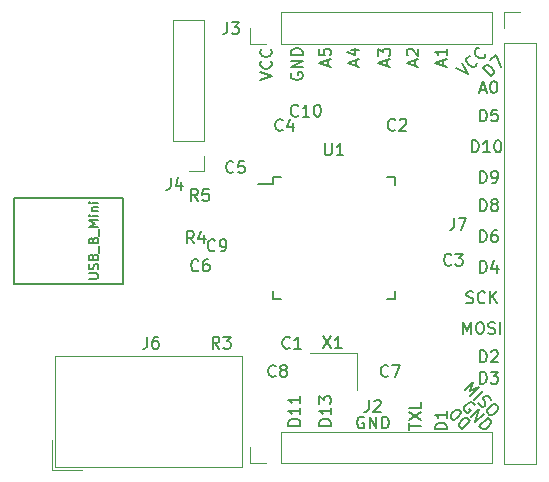
<source format=gto>
G04 #@! TF.GenerationSoftware,KiCad,Pcbnew,(5.1.5)-3*
G04 #@! TF.CreationDate,2020-07-04T22:53:45-05:00*
G04 #@! TF.ProjectId,PikateaTPM,50696b61-7465-4615-9450-4d2e6b696361,rev?*
G04 #@! TF.SameCoordinates,Original*
G04 #@! TF.FileFunction,Legend,Top*
G04 #@! TF.FilePolarity,Positive*
%FSLAX46Y46*%
G04 Gerber Fmt 4.6, Leading zero omitted, Abs format (unit mm)*
G04 Created by KiCad (PCBNEW (5.1.5)-3) date 2020-07-04 22:53:45*
%MOMM*%
%LPD*%
G04 APERTURE LIST*
%ADD10C,0.150000*%
%ADD11C,0.120000*%
%ADD12C,0.200000*%
G04 APERTURE END LIST*
D10*
X134252380Y-99133333D02*
X135252380Y-98800000D01*
X134252380Y-98466666D01*
X135157142Y-97561904D02*
X135204761Y-97609523D01*
X135252380Y-97752380D01*
X135252380Y-97847619D01*
X135204761Y-97990476D01*
X135109523Y-98085714D01*
X135014285Y-98133333D01*
X134823809Y-98180952D01*
X134680952Y-98180952D01*
X134490476Y-98133333D01*
X134395238Y-98085714D01*
X134300000Y-97990476D01*
X134252380Y-97847619D01*
X134252380Y-97752380D01*
X134300000Y-97609523D01*
X134347619Y-97561904D01*
X135157142Y-96561904D02*
X135204761Y-96609523D01*
X135252380Y-96752380D01*
X135252380Y-96847619D01*
X135204761Y-96990476D01*
X135109523Y-97085714D01*
X135014285Y-97133333D01*
X134823809Y-97180952D01*
X134680952Y-97180952D01*
X134490476Y-97133333D01*
X134395238Y-97085714D01*
X134300000Y-96990476D01*
X134252380Y-96847619D01*
X134252380Y-96752380D01*
X134300000Y-96609523D01*
X134347619Y-96561904D01*
X136900000Y-98561904D02*
X136852380Y-98657142D01*
X136852380Y-98800000D01*
X136900000Y-98942857D01*
X136995238Y-99038095D01*
X137090476Y-99085714D01*
X137280952Y-99133333D01*
X137423809Y-99133333D01*
X137614285Y-99085714D01*
X137709523Y-99038095D01*
X137804761Y-98942857D01*
X137852380Y-98800000D01*
X137852380Y-98704761D01*
X137804761Y-98561904D01*
X137757142Y-98514285D01*
X137423809Y-98514285D01*
X137423809Y-98704761D01*
X137852380Y-98085714D02*
X136852380Y-98085714D01*
X137852380Y-97514285D01*
X136852380Y-97514285D01*
X137852380Y-97038095D02*
X136852380Y-97038095D01*
X136852380Y-96800000D01*
X136900000Y-96657142D01*
X136995238Y-96561904D01*
X137090476Y-96514285D01*
X137280952Y-96466666D01*
X137423809Y-96466666D01*
X137614285Y-96514285D01*
X137709523Y-96561904D01*
X137804761Y-96657142D01*
X137852380Y-96800000D01*
X137852380Y-97038095D01*
X137652380Y-128414285D02*
X136652380Y-128414285D01*
X136652380Y-128176190D01*
X136700000Y-128033333D01*
X136795238Y-127938095D01*
X136890476Y-127890476D01*
X137080952Y-127842857D01*
X137223809Y-127842857D01*
X137414285Y-127890476D01*
X137509523Y-127938095D01*
X137604761Y-128033333D01*
X137652380Y-128176190D01*
X137652380Y-128414285D01*
X137652380Y-126890476D02*
X137652380Y-127461904D01*
X137652380Y-127176190D02*
X136652380Y-127176190D01*
X136795238Y-127271428D01*
X136890476Y-127366666D01*
X136938095Y-127461904D01*
X137652380Y-125938095D02*
X137652380Y-126509523D01*
X137652380Y-126223809D02*
X136652380Y-126223809D01*
X136795238Y-126319047D01*
X136890476Y-126414285D01*
X136938095Y-126509523D01*
X140252380Y-128414285D02*
X139252380Y-128414285D01*
X139252380Y-128176190D01*
X139300000Y-128033333D01*
X139395238Y-127938095D01*
X139490476Y-127890476D01*
X139680952Y-127842857D01*
X139823809Y-127842857D01*
X140014285Y-127890476D01*
X140109523Y-127938095D01*
X140204761Y-128033333D01*
X140252380Y-128176190D01*
X140252380Y-128414285D01*
X140252380Y-126890476D02*
X140252380Y-127461904D01*
X140252380Y-127176190D02*
X139252380Y-127176190D01*
X139395238Y-127271428D01*
X139490476Y-127366666D01*
X139538095Y-127461904D01*
X139252380Y-126557142D02*
X139252380Y-125938095D01*
X139633333Y-126271428D01*
X139633333Y-126128571D01*
X139680952Y-126033333D01*
X139728571Y-125985714D01*
X139823809Y-125938095D01*
X140061904Y-125938095D01*
X140157142Y-125985714D01*
X140204761Y-126033333D01*
X140252380Y-126128571D01*
X140252380Y-126414285D01*
X140204761Y-126509523D01*
X140157142Y-126557142D01*
X143038095Y-127700000D02*
X142942857Y-127652380D01*
X142800000Y-127652380D01*
X142657142Y-127700000D01*
X142561904Y-127795238D01*
X142514285Y-127890476D01*
X142466666Y-128080952D01*
X142466666Y-128223809D01*
X142514285Y-128414285D01*
X142561904Y-128509523D01*
X142657142Y-128604761D01*
X142800000Y-128652380D01*
X142895238Y-128652380D01*
X143038095Y-128604761D01*
X143085714Y-128557142D01*
X143085714Y-128223809D01*
X142895238Y-128223809D01*
X143514285Y-128652380D02*
X143514285Y-127652380D01*
X144085714Y-128652380D01*
X144085714Y-127652380D01*
X144561904Y-128652380D02*
X144561904Y-127652380D01*
X144800000Y-127652380D01*
X144942857Y-127700000D01*
X145038095Y-127795238D01*
X145085714Y-127890476D01*
X145133333Y-128080952D01*
X145133333Y-128223809D01*
X145085714Y-128414285D01*
X145038095Y-128509523D01*
X144942857Y-128604761D01*
X144800000Y-128652380D01*
X144561904Y-128652380D01*
X146852380Y-128766666D02*
X146852380Y-128195238D01*
X147852380Y-128480952D02*
X146852380Y-128480952D01*
X146852380Y-127957142D02*
X147852380Y-127290476D01*
X146852380Y-127290476D02*
X147852380Y-127957142D01*
X147852380Y-126433333D02*
X147852380Y-126909523D01*
X146852380Y-126909523D01*
X150052380Y-128738095D02*
X149052380Y-128738095D01*
X149052380Y-128500000D01*
X149100000Y-128357142D01*
X149195238Y-128261904D01*
X149290476Y-128214285D01*
X149480952Y-128166666D01*
X149623809Y-128166666D01*
X149814285Y-128214285D01*
X149909523Y-128261904D01*
X150004761Y-128357142D01*
X150052380Y-128500000D01*
X150052380Y-128738095D01*
X150052380Y-127214285D02*
X150052380Y-127785714D01*
X150052380Y-127500000D02*
X149052380Y-127500000D01*
X149195238Y-127595238D01*
X149290476Y-127690476D01*
X149338095Y-127785714D01*
X152041793Y-128002030D02*
X151334687Y-128709137D01*
X151166328Y-128540778D01*
X151098984Y-128406091D01*
X151098984Y-128271404D01*
X151132656Y-128170389D01*
X151233671Y-128002030D01*
X151334687Y-127901015D01*
X151503045Y-127799999D01*
X151604061Y-127766328D01*
X151738748Y-127766328D01*
X151873435Y-127833671D01*
X152041793Y-128002030D01*
X150492893Y-127867343D02*
X150425549Y-127800000D01*
X150391877Y-127698984D01*
X150391877Y-127631641D01*
X150425549Y-127530625D01*
X150526564Y-127362267D01*
X150694923Y-127193908D01*
X150863282Y-127092893D01*
X150964297Y-127059221D01*
X151031641Y-127059221D01*
X151132656Y-127092893D01*
X151200000Y-127160236D01*
X151233671Y-127261251D01*
X151233671Y-127328595D01*
X151200000Y-127429610D01*
X151098984Y-127597969D01*
X150930625Y-127766328D01*
X150762267Y-127867343D01*
X150661251Y-127901015D01*
X150593908Y-127901015D01*
X150492893Y-127867343D01*
X152414805Y-126707698D02*
X152381133Y-126606683D01*
X152280118Y-126505668D01*
X152145431Y-126438324D01*
X152010744Y-126438324D01*
X151909729Y-126471996D01*
X151741370Y-126573011D01*
X151640355Y-126674026D01*
X151539339Y-126842385D01*
X151505668Y-126943400D01*
X151505668Y-127078087D01*
X151573011Y-127212774D01*
X151640355Y-127280118D01*
X151775042Y-127347461D01*
X151842385Y-127347461D01*
X152078087Y-127111759D01*
X151943400Y-126977072D01*
X152078087Y-127717851D02*
X152785194Y-127010744D01*
X152482148Y-128121912D01*
X153189255Y-127414805D01*
X152818866Y-128458629D02*
X153525973Y-127751522D01*
X153694331Y-127919881D01*
X153761675Y-128054568D01*
X153761675Y-128189255D01*
X153728003Y-128290270D01*
X153626988Y-128458629D01*
X153525973Y-128559644D01*
X153357614Y-128660660D01*
X153256599Y-128694331D01*
X153121912Y-128694331D01*
X152987225Y-128626988D01*
X152818866Y-128458629D01*
X152861904Y-123052380D02*
X152861904Y-122052380D01*
X153100000Y-122052380D01*
X153242857Y-122100000D01*
X153338095Y-122195238D01*
X153385714Y-122290476D01*
X153433333Y-122480952D01*
X153433333Y-122623809D01*
X153385714Y-122814285D01*
X153338095Y-122909523D01*
X153242857Y-123004761D01*
X153100000Y-123052380D01*
X152861904Y-123052380D01*
X153814285Y-122147619D02*
X153861904Y-122100000D01*
X153957142Y-122052380D01*
X154195238Y-122052380D01*
X154290476Y-122100000D01*
X154338095Y-122147619D01*
X154385714Y-122242857D01*
X154385714Y-122338095D01*
X154338095Y-122480952D01*
X153766666Y-123052380D01*
X154385714Y-123052380D01*
X152861904Y-124852380D02*
X152861904Y-123852380D01*
X153100000Y-123852380D01*
X153242857Y-123900000D01*
X153338095Y-123995238D01*
X153385714Y-124090476D01*
X153433333Y-124280952D01*
X153433333Y-124423809D01*
X153385714Y-124614285D01*
X153338095Y-124709523D01*
X153242857Y-124804761D01*
X153100000Y-124852380D01*
X152861904Y-124852380D01*
X153766666Y-123852380D02*
X154385714Y-123852380D01*
X154052380Y-124233333D01*
X154195238Y-124233333D01*
X154290476Y-124280952D01*
X154338095Y-124328571D01*
X154385714Y-124423809D01*
X154385714Y-124661904D01*
X154338095Y-124757142D01*
X154290476Y-124804761D01*
X154195238Y-124852380D01*
X153909523Y-124852380D01*
X153814285Y-124804761D01*
X153766666Y-124757142D01*
X151568950Y-125408713D02*
X152276057Y-124701607D01*
X152006683Y-125442385D01*
X152747461Y-125173011D01*
X152040355Y-125880118D01*
X152377072Y-126216835D02*
X153084179Y-125509729D01*
X152713790Y-126486209D02*
X152781133Y-126620896D01*
X152949492Y-126789255D01*
X153050507Y-126822927D01*
X153117851Y-126822927D01*
X153218866Y-126789255D01*
X153286209Y-126721912D01*
X153319881Y-126620896D01*
X153319881Y-126553553D01*
X153286209Y-126452538D01*
X153185194Y-126284179D01*
X153151522Y-126183164D01*
X153151522Y-126115820D01*
X153185194Y-126014805D01*
X153252538Y-125947461D01*
X153353553Y-125913790D01*
X153420896Y-125913790D01*
X153521912Y-125947461D01*
X153690270Y-126115820D01*
X153757614Y-126250507D01*
X154229018Y-126654568D02*
X154363705Y-126789255D01*
X154397377Y-126890270D01*
X154397377Y-127024957D01*
X154296362Y-127193316D01*
X154060660Y-127429018D01*
X153892301Y-127530034D01*
X153757614Y-127530034D01*
X153656599Y-127496362D01*
X153521912Y-127361675D01*
X153488240Y-127260660D01*
X153488240Y-127125973D01*
X153589255Y-126957614D01*
X153824957Y-126721912D01*
X153993316Y-126620896D01*
X154128003Y-126620896D01*
X154229018Y-126654568D01*
X151428571Y-120652380D02*
X151428571Y-119652380D01*
X151761904Y-120366666D01*
X152095238Y-119652380D01*
X152095238Y-120652380D01*
X152761904Y-119652380D02*
X152952380Y-119652380D01*
X153047619Y-119700000D01*
X153142857Y-119795238D01*
X153190476Y-119985714D01*
X153190476Y-120319047D01*
X153142857Y-120509523D01*
X153047619Y-120604761D01*
X152952380Y-120652380D01*
X152761904Y-120652380D01*
X152666666Y-120604761D01*
X152571428Y-120509523D01*
X152523809Y-120319047D01*
X152523809Y-119985714D01*
X152571428Y-119795238D01*
X152666666Y-119700000D01*
X152761904Y-119652380D01*
X153571428Y-120604761D02*
X153714285Y-120652380D01*
X153952380Y-120652380D01*
X154047619Y-120604761D01*
X154095238Y-120557142D01*
X154142857Y-120461904D01*
X154142857Y-120366666D01*
X154095238Y-120271428D01*
X154047619Y-120223809D01*
X153952380Y-120176190D01*
X153761904Y-120128571D01*
X153666666Y-120080952D01*
X153619047Y-120033333D01*
X153571428Y-119938095D01*
X153571428Y-119842857D01*
X153619047Y-119747619D01*
X153666666Y-119700000D01*
X153761904Y-119652380D01*
X154000000Y-119652380D01*
X154142857Y-119700000D01*
X154571428Y-120652380D02*
X154571428Y-119652380D01*
X151714285Y-118004761D02*
X151857142Y-118052380D01*
X152095238Y-118052380D01*
X152190476Y-118004761D01*
X152238095Y-117957142D01*
X152285714Y-117861904D01*
X152285714Y-117766666D01*
X152238095Y-117671428D01*
X152190476Y-117623809D01*
X152095238Y-117576190D01*
X151904761Y-117528571D01*
X151809523Y-117480952D01*
X151761904Y-117433333D01*
X151714285Y-117338095D01*
X151714285Y-117242857D01*
X151761904Y-117147619D01*
X151809523Y-117100000D01*
X151904761Y-117052380D01*
X152142857Y-117052380D01*
X152285714Y-117100000D01*
X153285714Y-117957142D02*
X153238095Y-118004761D01*
X153095238Y-118052380D01*
X153000000Y-118052380D01*
X152857142Y-118004761D01*
X152761904Y-117909523D01*
X152714285Y-117814285D01*
X152666666Y-117623809D01*
X152666666Y-117480952D01*
X152714285Y-117290476D01*
X152761904Y-117195238D01*
X152857142Y-117100000D01*
X153000000Y-117052380D01*
X153095238Y-117052380D01*
X153238095Y-117100000D01*
X153285714Y-117147619D01*
X153714285Y-118052380D02*
X153714285Y-117052380D01*
X154285714Y-118052380D02*
X153857142Y-117480952D01*
X154285714Y-117052380D02*
X153714285Y-117623809D01*
X152861904Y-115452380D02*
X152861904Y-114452380D01*
X153100000Y-114452380D01*
X153242857Y-114500000D01*
X153338095Y-114595238D01*
X153385714Y-114690476D01*
X153433333Y-114880952D01*
X153433333Y-115023809D01*
X153385714Y-115214285D01*
X153338095Y-115309523D01*
X153242857Y-115404761D01*
X153100000Y-115452380D01*
X152861904Y-115452380D01*
X154290476Y-114785714D02*
X154290476Y-115452380D01*
X154052380Y-114404761D02*
X153814285Y-115119047D01*
X154433333Y-115119047D01*
X152861904Y-112852380D02*
X152861904Y-111852380D01*
X153100000Y-111852380D01*
X153242857Y-111900000D01*
X153338095Y-111995238D01*
X153385714Y-112090476D01*
X153433333Y-112280952D01*
X153433333Y-112423809D01*
X153385714Y-112614285D01*
X153338095Y-112709523D01*
X153242857Y-112804761D01*
X153100000Y-112852380D01*
X152861904Y-112852380D01*
X154290476Y-111852380D02*
X154100000Y-111852380D01*
X154004761Y-111900000D01*
X153957142Y-111947619D01*
X153861904Y-112090476D01*
X153814285Y-112280952D01*
X153814285Y-112661904D01*
X153861904Y-112757142D01*
X153909523Y-112804761D01*
X154004761Y-112852380D01*
X154195238Y-112852380D01*
X154290476Y-112804761D01*
X154338095Y-112757142D01*
X154385714Y-112661904D01*
X154385714Y-112423809D01*
X154338095Y-112328571D01*
X154290476Y-112280952D01*
X154195238Y-112233333D01*
X154004761Y-112233333D01*
X153909523Y-112280952D01*
X153861904Y-112328571D01*
X153814285Y-112423809D01*
X152861904Y-110252380D02*
X152861904Y-109252380D01*
X153100000Y-109252380D01*
X153242857Y-109300000D01*
X153338095Y-109395238D01*
X153385714Y-109490476D01*
X153433333Y-109680952D01*
X153433333Y-109823809D01*
X153385714Y-110014285D01*
X153338095Y-110109523D01*
X153242857Y-110204761D01*
X153100000Y-110252380D01*
X152861904Y-110252380D01*
X154004761Y-109680952D02*
X153909523Y-109633333D01*
X153861904Y-109585714D01*
X153814285Y-109490476D01*
X153814285Y-109442857D01*
X153861904Y-109347619D01*
X153909523Y-109300000D01*
X154004761Y-109252380D01*
X154195238Y-109252380D01*
X154290476Y-109300000D01*
X154338095Y-109347619D01*
X154385714Y-109442857D01*
X154385714Y-109490476D01*
X154338095Y-109585714D01*
X154290476Y-109633333D01*
X154195238Y-109680952D01*
X154004761Y-109680952D01*
X153909523Y-109728571D01*
X153861904Y-109776190D01*
X153814285Y-109871428D01*
X153814285Y-110061904D01*
X153861904Y-110157142D01*
X153909523Y-110204761D01*
X154004761Y-110252380D01*
X154195238Y-110252380D01*
X154290476Y-110204761D01*
X154338095Y-110157142D01*
X154385714Y-110061904D01*
X154385714Y-109871428D01*
X154338095Y-109776190D01*
X154290476Y-109728571D01*
X154195238Y-109680952D01*
X152861904Y-107852380D02*
X152861904Y-106852380D01*
X153100000Y-106852380D01*
X153242857Y-106900000D01*
X153338095Y-106995238D01*
X153385714Y-107090476D01*
X153433333Y-107280952D01*
X153433333Y-107423809D01*
X153385714Y-107614285D01*
X153338095Y-107709523D01*
X153242857Y-107804761D01*
X153100000Y-107852380D01*
X152861904Y-107852380D01*
X153909523Y-107852380D02*
X154100000Y-107852380D01*
X154195238Y-107804761D01*
X154242857Y-107757142D01*
X154338095Y-107614285D01*
X154385714Y-107423809D01*
X154385714Y-107042857D01*
X154338095Y-106947619D01*
X154290476Y-106900000D01*
X154195238Y-106852380D01*
X154004761Y-106852380D01*
X153909523Y-106900000D01*
X153861904Y-106947619D01*
X153814285Y-107042857D01*
X153814285Y-107280952D01*
X153861904Y-107376190D01*
X153909523Y-107423809D01*
X154004761Y-107471428D01*
X154195238Y-107471428D01*
X154290476Y-107423809D01*
X154338095Y-107376190D01*
X154385714Y-107280952D01*
X152185714Y-105252380D02*
X152185714Y-104252380D01*
X152423809Y-104252380D01*
X152566666Y-104300000D01*
X152661904Y-104395238D01*
X152709523Y-104490476D01*
X152757142Y-104680952D01*
X152757142Y-104823809D01*
X152709523Y-105014285D01*
X152661904Y-105109523D01*
X152566666Y-105204761D01*
X152423809Y-105252380D01*
X152185714Y-105252380D01*
X153709523Y-105252380D02*
X153138095Y-105252380D01*
X153423809Y-105252380D02*
X153423809Y-104252380D01*
X153328571Y-104395238D01*
X153233333Y-104490476D01*
X153138095Y-104538095D01*
X154328571Y-104252380D02*
X154423809Y-104252380D01*
X154519047Y-104300000D01*
X154566666Y-104347619D01*
X154614285Y-104442857D01*
X154661904Y-104633333D01*
X154661904Y-104871428D01*
X154614285Y-105061904D01*
X154566666Y-105157142D01*
X154519047Y-105204761D01*
X154423809Y-105252380D01*
X154328571Y-105252380D01*
X154233333Y-105204761D01*
X154185714Y-105157142D01*
X154138095Y-105061904D01*
X154090476Y-104871428D01*
X154090476Y-104633333D01*
X154138095Y-104442857D01*
X154185714Y-104347619D01*
X154233333Y-104300000D01*
X154328571Y-104252380D01*
X152861904Y-102652380D02*
X152861904Y-101652380D01*
X153100000Y-101652380D01*
X153242857Y-101700000D01*
X153338095Y-101795238D01*
X153385714Y-101890476D01*
X153433333Y-102080952D01*
X153433333Y-102223809D01*
X153385714Y-102414285D01*
X153338095Y-102509523D01*
X153242857Y-102604761D01*
X153100000Y-102652380D01*
X152861904Y-102652380D01*
X154338095Y-101652380D02*
X153861904Y-101652380D01*
X153814285Y-102128571D01*
X153861904Y-102080952D01*
X153957142Y-102033333D01*
X154195238Y-102033333D01*
X154290476Y-102080952D01*
X154338095Y-102128571D01*
X154385714Y-102223809D01*
X154385714Y-102461904D01*
X154338095Y-102557142D01*
X154290476Y-102604761D01*
X154195238Y-102652380D01*
X153957142Y-102652380D01*
X153861904Y-102604761D01*
X153814285Y-102557142D01*
X152885714Y-99966666D02*
X153361904Y-99966666D01*
X152790476Y-100252380D02*
X153123809Y-99252380D01*
X153457142Y-100252380D01*
X153980952Y-99252380D02*
X154076190Y-99252380D01*
X154171428Y-99300000D01*
X154219047Y-99347619D01*
X154266666Y-99442857D01*
X154314285Y-99633333D01*
X154314285Y-99871428D01*
X154266666Y-100061904D01*
X154219047Y-100157142D01*
X154171428Y-100204761D01*
X154076190Y-100252380D01*
X153980952Y-100252380D01*
X153885714Y-100204761D01*
X153838095Y-100157142D01*
X153790476Y-100061904D01*
X153742857Y-99871428D01*
X153742857Y-99633333D01*
X153790476Y-99442857D01*
X153838095Y-99347619D01*
X153885714Y-99300000D01*
X153980952Y-99252380D01*
X150869965Y-98155583D02*
X151812774Y-98626988D01*
X151341370Y-97684179D01*
X152620896Y-97684179D02*
X152620896Y-97751522D01*
X152553553Y-97886209D01*
X152486209Y-97953553D01*
X152351522Y-98020896D01*
X152216835Y-98020896D01*
X152115820Y-97987225D01*
X151947461Y-97886209D01*
X151846446Y-97785194D01*
X151745431Y-97616835D01*
X151711759Y-97515820D01*
X151711759Y-97381133D01*
X151779103Y-97246446D01*
X151846446Y-97179103D01*
X151981133Y-97111759D01*
X152048477Y-97111759D01*
X153328003Y-96977072D02*
X153328003Y-97044416D01*
X153260660Y-97179103D01*
X153193316Y-97246446D01*
X153058629Y-97313790D01*
X152923942Y-97313790D01*
X152822927Y-97280118D01*
X152654568Y-97179103D01*
X152553553Y-97078087D01*
X152452538Y-96909729D01*
X152418866Y-96808713D01*
X152418866Y-96674026D01*
X152486209Y-96539339D01*
X152553553Y-96471996D01*
X152688240Y-96404652D01*
X152755583Y-96404652D01*
X149766666Y-97914285D02*
X149766666Y-97438095D01*
X150052380Y-98009523D02*
X149052380Y-97676190D01*
X150052380Y-97342857D01*
X150052380Y-96485714D02*
X150052380Y-97057142D01*
X150052380Y-96771428D02*
X149052380Y-96771428D01*
X149195238Y-96866666D01*
X149290476Y-96961904D01*
X149338095Y-97057142D01*
X147366666Y-97914285D02*
X147366666Y-97438095D01*
X147652380Y-98009523D02*
X146652380Y-97676190D01*
X147652380Y-97342857D01*
X146747619Y-97057142D02*
X146700000Y-97009523D01*
X146652380Y-96914285D01*
X146652380Y-96676190D01*
X146700000Y-96580952D01*
X146747619Y-96533333D01*
X146842857Y-96485714D01*
X146938095Y-96485714D01*
X147080952Y-96533333D01*
X147652380Y-97104761D01*
X147652380Y-96485714D01*
X144966666Y-97914285D02*
X144966666Y-97438095D01*
X145252380Y-98009523D02*
X144252380Y-97676190D01*
X145252380Y-97342857D01*
X144252380Y-97104761D02*
X144252380Y-96485714D01*
X144633333Y-96819047D01*
X144633333Y-96676190D01*
X144680952Y-96580952D01*
X144728571Y-96533333D01*
X144823809Y-96485714D01*
X145061904Y-96485714D01*
X145157142Y-96533333D01*
X145204761Y-96580952D01*
X145252380Y-96676190D01*
X145252380Y-96961904D01*
X145204761Y-97057142D01*
X145157142Y-97104761D01*
X142366666Y-97914285D02*
X142366666Y-97438095D01*
X142652380Y-98009523D02*
X141652380Y-97676190D01*
X142652380Y-97342857D01*
X141985714Y-96580952D02*
X142652380Y-96580952D01*
X141604761Y-96819047D02*
X142319047Y-97057142D01*
X142319047Y-96438095D01*
X139966666Y-97914285D02*
X139966666Y-97438095D01*
X140252380Y-98009523D02*
X139252380Y-97676190D01*
X140252380Y-97342857D01*
X139252380Y-96533333D02*
X139252380Y-97009523D01*
X139728571Y-97057142D01*
X139680952Y-97009523D01*
X139633333Y-96914285D01*
X139633333Y-96676190D01*
X139680952Y-96580952D01*
X139728571Y-96533333D01*
X139823809Y-96485714D01*
X140061904Y-96485714D01*
X140157142Y-96533333D01*
X140204761Y-96580952D01*
X140252380Y-96676190D01*
X140252380Y-96914285D01*
X140204761Y-97009523D01*
X140157142Y-97057142D01*
X153797969Y-98841793D02*
X153090862Y-98134687D01*
X153259221Y-97966328D01*
X153393908Y-97898984D01*
X153528595Y-97898984D01*
X153629610Y-97932656D01*
X153797969Y-98033671D01*
X153898984Y-98134687D01*
X154000000Y-98303045D01*
X154033671Y-98404061D01*
X154033671Y-98538748D01*
X153966328Y-98673435D01*
X153797969Y-98841793D01*
X153730625Y-97494923D02*
X154202030Y-97023519D01*
X154606091Y-98033671D01*
D11*
X129530000Y-106890000D02*
X128200000Y-106890000D01*
X129530000Y-105560000D02*
X129530000Y-106890000D01*
X129530000Y-104290000D02*
X126870000Y-104290000D01*
X126870000Y-104290000D02*
X126870000Y-94070000D01*
X129530000Y-104290000D02*
X129530000Y-94070000D01*
X129530000Y-94070000D02*
X126870000Y-94070000D01*
X142493868Y-122225104D02*
X138493868Y-122225104D01*
X142493868Y-125425104D02*
X142493868Y-122225104D01*
X154920000Y-93420000D02*
X156250000Y-93420000D01*
X154920000Y-94750000D02*
X154920000Y-93420000D01*
X154920000Y-96020000D02*
X157580000Y-96020000D01*
X157580000Y-96020000D02*
X157580000Y-131640000D01*
X154920000Y-96020000D02*
X154920000Y-131640000D01*
X154920000Y-131640000D02*
X157580000Y-131640000D01*
X116650000Y-132155000D02*
X116650000Y-129615000D01*
X116650000Y-132155000D02*
X119190000Y-132155000D01*
X116900000Y-131905000D02*
X116900000Y-122555000D01*
X132680000Y-131905000D02*
X116900000Y-131905000D01*
X132680000Y-122555000D02*
X132680000Y-131905000D01*
X116900000Y-122555000D02*
X132680000Y-122555000D01*
X133420000Y-96080000D02*
X133420000Y-94750000D01*
X134750000Y-96080000D02*
X133420000Y-96080000D01*
X136020000Y-96080000D02*
X136020000Y-93420000D01*
X136020000Y-93420000D02*
X153860000Y-93420000D01*
X136020000Y-96080000D02*
X153860000Y-96080000D01*
X153860000Y-96080000D02*
X153860000Y-93420000D01*
X133420000Y-131580000D02*
X133420000Y-130250000D01*
X134750000Y-131580000D02*
X133420000Y-131580000D01*
X136020000Y-131580000D02*
X136020000Y-128920000D01*
X136020000Y-128920000D02*
X153860000Y-128920000D01*
X136020000Y-131580000D02*
X153860000Y-131580000D01*
X153860000Y-131580000D02*
X153860000Y-128920000D01*
D10*
X135318868Y-107339157D02*
X135318868Y-107914157D01*
X145668868Y-107339157D02*
X145668868Y-108014157D01*
X145668868Y-117689157D02*
X145668868Y-117014157D01*
X135318868Y-117689157D02*
X135318868Y-117014157D01*
X135318868Y-107339157D02*
X135993868Y-107339157D01*
X135318868Y-117689157D02*
X135993868Y-117689157D01*
X145668868Y-117689157D02*
X144993868Y-117689157D01*
X145668868Y-107339157D02*
X144993868Y-107339157D01*
X135318868Y-107914157D02*
X134043868Y-107914157D01*
D12*
X122634478Y-116400000D02*
X122634478Y-109100000D01*
X122634478Y-109100000D02*
X113434478Y-109100000D01*
X113434478Y-109100000D02*
X113434478Y-116400000D01*
X113434478Y-116400000D02*
X122634478Y-116400000D01*
D10*
X126666666Y-107452380D02*
X126666666Y-108166666D01*
X126619047Y-108309523D01*
X126523809Y-108404761D01*
X126380952Y-108452380D01*
X126285714Y-108452380D01*
X127571428Y-107785714D02*
X127571428Y-108452380D01*
X127333333Y-107404761D02*
X127095238Y-108119047D01*
X127714285Y-108119047D01*
X139590476Y-120852380D02*
X140257142Y-121852380D01*
X140257142Y-120852380D02*
X139590476Y-121852380D01*
X141161904Y-121852380D02*
X140590476Y-121852380D01*
X140876190Y-121852380D02*
X140876190Y-120852380D01*
X140780952Y-120995238D01*
X140685714Y-121090476D01*
X140590476Y-121138095D01*
X128981254Y-109394659D02*
X128647921Y-108918469D01*
X128409825Y-109394659D02*
X128409825Y-108394659D01*
X128790778Y-108394659D01*
X128886016Y-108442279D01*
X128933635Y-108489898D01*
X128981254Y-108585136D01*
X128981254Y-108727993D01*
X128933635Y-108823231D01*
X128886016Y-108870850D01*
X128790778Y-108918469D01*
X128409825Y-108918469D01*
X129886016Y-108394659D02*
X129409825Y-108394659D01*
X129362206Y-108870850D01*
X129409825Y-108823231D01*
X129505063Y-108775612D01*
X129743159Y-108775612D01*
X129838397Y-108823231D01*
X129886016Y-108870850D01*
X129933635Y-108966088D01*
X129933635Y-109204183D01*
X129886016Y-109299421D01*
X129838397Y-109347040D01*
X129743159Y-109394659D01*
X129505063Y-109394659D01*
X129409825Y-109347040D01*
X129362206Y-109299421D01*
X128633333Y-112966537D02*
X128300000Y-112490347D01*
X128061904Y-112966537D02*
X128061904Y-111966537D01*
X128442857Y-111966537D01*
X128538095Y-112014157D01*
X128585714Y-112061776D01*
X128633333Y-112157014D01*
X128633333Y-112299871D01*
X128585714Y-112395109D01*
X128538095Y-112442728D01*
X128442857Y-112490347D01*
X128061904Y-112490347D01*
X129490476Y-112299871D02*
X129490476Y-112966537D01*
X129252380Y-111918918D02*
X129014285Y-112633204D01*
X129633333Y-112633204D01*
X130802193Y-121896232D02*
X130468860Y-121420042D01*
X130230764Y-121896232D02*
X130230764Y-120896232D01*
X130611717Y-120896232D01*
X130706955Y-120943852D01*
X130754574Y-120991471D01*
X130802193Y-121086709D01*
X130802193Y-121229566D01*
X130754574Y-121324804D01*
X130706955Y-121372423D01*
X130611717Y-121420042D01*
X130230764Y-121420042D01*
X131135526Y-120896232D02*
X131754574Y-120896232D01*
X131421240Y-121277185D01*
X131564098Y-121277185D01*
X131659336Y-121324804D01*
X131706955Y-121372423D01*
X131754574Y-121467661D01*
X131754574Y-121705756D01*
X131706955Y-121800994D01*
X131659336Y-121848613D01*
X131564098Y-121896232D01*
X131278383Y-121896232D01*
X131183145Y-121848613D01*
X131135526Y-121800994D01*
X150666666Y-110852380D02*
X150666666Y-111566666D01*
X150619047Y-111709523D01*
X150523809Y-111804761D01*
X150380952Y-111852380D01*
X150285714Y-111852380D01*
X151047619Y-110852380D02*
X151714285Y-110852380D01*
X151285714Y-111852380D01*
X124682396Y-120896232D02*
X124682396Y-121610518D01*
X124634777Y-121753375D01*
X124539539Y-121848613D01*
X124396682Y-121896232D01*
X124301444Y-121896232D01*
X125587158Y-120896232D02*
X125396682Y-120896232D01*
X125301444Y-120943852D01*
X125253825Y-120991471D01*
X125158587Y-121134328D01*
X125110968Y-121324804D01*
X125110968Y-121705756D01*
X125158587Y-121800994D01*
X125206206Y-121848613D01*
X125301444Y-121896232D01*
X125491920Y-121896232D01*
X125587158Y-121848613D01*
X125634777Y-121800994D01*
X125682396Y-121705756D01*
X125682396Y-121467661D01*
X125634777Y-121372423D01*
X125587158Y-121324804D01*
X125491920Y-121277185D01*
X125301444Y-121277185D01*
X125206206Y-121324804D01*
X125158587Y-121372423D01*
X125110968Y-121467661D01*
X131466666Y-94252380D02*
X131466666Y-94966666D01*
X131419047Y-95109523D01*
X131323809Y-95204761D01*
X131180952Y-95252380D01*
X131085714Y-95252380D01*
X131847619Y-94252380D02*
X132466666Y-94252380D01*
X132133333Y-94633333D01*
X132276190Y-94633333D01*
X132371428Y-94680952D01*
X132419047Y-94728571D01*
X132466666Y-94823809D01*
X132466666Y-95061904D01*
X132419047Y-95157142D01*
X132371428Y-95204761D01*
X132276190Y-95252380D01*
X131990476Y-95252380D01*
X131895238Y-95204761D01*
X131847619Y-95157142D01*
X143466666Y-126252380D02*
X143466666Y-126966666D01*
X143419047Y-127109523D01*
X143323809Y-127204761D01*
X143180952Y-127252380D01*
X143085714Y-127252380D01*
X143895238Y-126347619D02*
X143942857Y-126300000D01*
X144038095Y-126252380D01*
X144276190Y-126252380D01*
X144371428Y-126300000D01*
X144419047Y-126347619D01*
X144466666Y-126442857D01*
X144466666Y-126538095D01*
X144419047Y-126680952D01*
X143847619Y-127252380D01*
X144466666Y-127252380D01*
X137469758Y-102155665D02*
X137422139Y-102203284D01*
X137279282Y-102250903D01*
X137184044Y-102250903D01*
X137041187Y-102203284D01*
X136945949Y-102108046D01*
X136898330Y-102012808D01*
X136850711Y-101822332D01*
X136850711Y-101679475D01*
X136898330Y-101488999D01*
X136945949Y-101393761D01*
X137041187Y-101298523D01*
X137184044Y-101250903D01*
X137279282Y-101250903D01*
X137422139Y-101298523D01*
X137469758Y-101346142D01*
X138422139Y-102250903D02*
X137850711Y-102250903D01*
X138136425Y-102250903D02*
X138136425Y-101250903D01*
X138041187Y-101393761D01*
X137945949Y-101488999D01*
X137850711Y-101536618D01*
X139041187Y-101250903D02*
X139136425Y-101250903D01*
X139231663Y-101298523D01*
X139279282Y-101346142D01*
X139326901Y-101441380D01*
X139374520Y-101631856D01*
X139374520Y-101869951D01*
X139326901Y-102060427D01*
X139279282Y-102155665D01*
X139231663Y-102203284D01*
X139136425Y-102250903D01*
X139041187Y-102250903D01*
X138945949Y-102203284D01*
X138898330Y-102155665D01*
X138850711Y-102060427D01*
X138803092Y-101869951D01*
X138803092Y-101631856D01*
X138850711Y-101441380D01*
X138898330Y-101346142D01*
X138945949Y-101298523D01*
X139041187Y-101250903D01*
X130433333Y-113557142D02*
X130385714Y-113604761D01*
X130242857Y-113652380D01*
X130147619Y-113652380D01*
X130004761Y-113604761D01*
X129909523Y-113509523D01*
X129861904Y-113414285D01*
X129814285Y-113223809D01*
X129814285Y-113080952D01*
X129861904Y-112890476D01*
X129909523Y-112795238D01*
X130004761Y-112700000D01*
X130147619Y-112652380D01*
X130242857Y-112652380D01*
X130385714Y-112700000D01*
X130433333Y-112747619D01*
X130909523Y-113652380D02*
X131100000Y-113652380D01*
X131195238Y-113604761D01*
X131242857Y-113557142D01*
X131338095Y-113414285D01*
X131385714Y-113223809D01*
X131385714Y-112842857D01*
X131338095Y-112747619D01*
X131290476Y-112700000D01*
X131195238Y-112652380D01*
X131004761Y-112652380D01*
X130909523Y-112700000D01*
X130861904Y-112747619D01*
X130814285Y-112842857D01*
X130814285Y-113080952D01*
X130861904Y-113176190D01*
X130909523Y-113223809D01*
X131004761Y-113271428D01*
X131195238Y-113271428D01*
X131290476Y-113223809D01*
X131338095Y-113176190D01*
X131385714Y-113080952D01*
X135564697Y-124182246D02*
X135517078Y-124229865D01*
X135374221Y-124277484D01*
X135278983Y-124277484D01*
X135136125Y-124229865D01*
X135040887Y-124134627D01*
X134993268Y-124039389D01*
X134945649Y-123848913D01*
X134945649Y-123706056D01*
X134993268Y-123515580D01*
X135040887Y-123420342D01*
X135136125Y-123325104D01*
X135278983Y-123277484D01*
X135374221Y-123277484D01*
X135517078Y-123325104D01*
X135564697Y-123372723D01*
X136136125Y-123706056D02*
X136040887Y-123658437D01*
X135993268Y-123610818D01*
X135945649Y-123515580D01*
X135945649Y-123467961D01*
X135993268Y-123372723D01*
X136040887Y-123325104D01*
X136136125Y-123277484D01*
X136326602Y-123277484D01*
X136421840Y-123325104D01*
X136469459Y-123372723D01*
X136517078Y-123467961D01*
X136517078Y-123515580D01*
X136469459Y-123610818D01*
X136421840Y-123658437D01*
X136326602Y-123706056D01*
X136136125Y-123706056D01*
X136040887Y-123753675D01*
X135993268Y-123801294D01*
X135945649Y-123896532D01*
X135945649Y-124087008D01*
X135993268Y-124182246D01*
X136040887Y-124229865D01*
X136136125Y-124277484D01*
X136326602Y-124277484D01*
X136421840Y-124229865D01*
X136469459Y-124182246D01*
X136517078Y-124087008D01*
X136517078Y-123896532D01*
X136469459Y-123801294D01*
X136421840Y-123753675D01*
X136326602Y-123706056D01*
X145089705Y-124182246D02*
X145042086Y-124229865D01*
X144899229Y-124277484D01*
X144803991Y-124277484D01*
X144661133Y-124229865D01*
X144565895Y-124134627D01*
X144518276Y-124039389D01*
X144470657Y-123848913D01*
X144470657Y-123706056D01*
X144518276Y-123515580D01*
X144565895Y-123420342D01*
X144661133Y-123325104D01*
X144803991Y-123277484D01*
X144899229Y-123277484D01*
X145042086Y-123325104D01*
X145089705Y-123372723D01*
X145423038Y-123277484D02*
X146089705Y-123277484D01*
X145661133Y-124277484D01*
X129016254Y-115252551D02*
X128968635Y-115300170D01*
X128825778Y-115347789D01*
X128730540Y-115347789D01*
X128587682Y-115300170D01*
X128492444Y-115204932D01*
X128444825Y-115109694D01*
X128397206Y-114919218D01*
X128397206Y-114776361D01*
X128444825Y-114585885D01*
X128492444Y-114490647D01*
X128587682Y-114395409D01*
X128730540Y-114347789D01*
X128825778Y-114347789D01*
X128968635Y-114395409D01*
X129016254Y-114443028D01*
X129873397Y-114347789D02*
X129682921Y-114347789D01*
X129587682Y-114395409D01*
X129540063Y-114443028D01*
X129444825Y-114585885D01*
X129397206Y-114776361D01*
X129397206Y-115157313D01*
X129444825Y-115252551D01*
X129492444Y-115300170D01*
X129587682Y-115347789D01*
X129778159Y-115347789D01*
X129873397Y-115300170D01*
X129921016Y-115252551D01*
X129968635Y-115157313D01*
X129968635Y-114919218D01*
X129921016Y-114823980D01*
X129873397Y-114776361D01*
X129778159Y-114728742D01*
X129587682Y-114728742D01*
X129492444Y-114776361D01*
X129444825Y-114823980D01*
X129397206Y-114919218D01*
X131992819Y-106918169D02*
X131945200Y-106965788D01*
X131802343Y-107013407D01*
X131707105Y-107013407D01*
X131564247Y-106965788D01*
X131469009Y-106870550D01*
X131421390Y-106775312D01*
X131373771Y-106584836D01*
X131373771Y-106441979D01*
X131421390Y-106251503D01*
X131469009Y-106156265D01*
X131564247Y-106061027D01*
X131707105Y-106013407D01*
X131802343Y-106013407D01*
X131945200Y-106061027D01*
X131992819Y-106108646D01*
X132897581Y-106013407D02*
X132421390Y-106013407D01*
X132373771Y-106489598D01*
X132421390Y-106441979D01*
X132516628Y-106394360D01*
X132754724Y-106394360D01*
X132849962Y-106441979D01*
X132897581Y-106489598D01*
X132945200Y-106584836D01*
X132945200Y-106822931D01*
X132897581Y-106918169D01*
X132849962Y-106965788D01*
X132754724Y-107013407D01*
X132516628Y-107013407D01*
X132421390Y-106965788D01*
X132373771Y-106918169D01*
X136160010Y-103366917D02*
X136112391Y-103414536D01*
X135969534Y-103462155D01*
X135874296Y-103462155D01*
X135731438Y-103414536D01*
X135636200Y-103319298D01*
X135588581Y-103224060D01*
X135540962Y-103033584D01*
X135540962Y-102890727D01*
X135588581Y-102700251D01*
X135636200Y-102605013D01*
X135731438Y-102509775D01*
X135874296Y-102462155D01*
X135969534Y-102462155D01*
X136112391Y-102509775D01*
X136160010Y-102557394D01*
X137017153Y-102795489D02*
X137017153Y-103462155D01*
X136779057Y-102414536D02*
X136540962Y-103128822D01*
X137160010Y-103128822D01*
X150447522Y-114767551D02*
X150399903Y-114815170D01*
X150257046Y-114862789D01*
X150161808Y-114862789D01*
X150018950Y-114815170D01*
X149923712Y-114719932D01*
X149876093Y-114624694D01*
X149828474Y-114434218D01*
X149828474Y-114291361D01*
X149876093Y-114100885D01*
X149923712Y-114005647D01*
X150018950Y-113910409D01*
X150161808Y-113862789D01*
X150257046Y-113862789D01*
X150399903Y-113910409D01*
X150447522Y-113958028D01*
X150780855Y-113862789D02*
X151399903Y-113862789D01*
X151066569Y-114243742D01*
X151209427Y-114243742D01*
X151304665Y-114291361D01*
X151352284Y-114338980D01*
X151399903Y-114434218D01*
X151399903Y-114672313D01*
X151352284Y-114767551D01*
X151304665Y-114815170D01*
X151209427Y-114862789D01*
X150923712Y-114862789D01*
X150828474Y-114815170D01*
X150780855Y-114767551D01*
X145685018Y-103346291D02*
X145637399Y-103393910D01*
X145494542Y-103441529D01*
X145399304Y-103441529D01*
X145256446Y-103393910D01*
X145161208Y-103298672D01*
X145113589Y-103203434D01*
X145065970Y-103012958D01*
X145065970Y-102870101D01*
X145113589Y-102679625D01*
X145161208Y-102584387D01*
X145256446Y-102489149D01*
X145399304Y-102441529D01*
X145494542Y-102441529D01*
X145637399Y-102489149D01*
X145685018Y-102536768D01*
X146065970Y-102536768D02*
X146113589Y-102489149D01*
X146208827Y-102441529D01*
X146446923Y-102441529D01*
X146542161Y-102489149D01*
X146589780Y-102536768D01*
X146637399Y-102632006D01*
X146637399Y-102727244D01*
X146589780Y-102870101D01*
X146018351Y-103441529D01*
X146637399Y-103441529D01*
X136755323Y-121800994D02*
X136707704Y-121848613D01*
X136564847Y-121896232D01*
X136469609Y-121896232D01*
X136326751Y-121848613D01*
X136231513Y-121753375D01*
X136183894Y-121658137D01*
X136136275Y-121467661D01*
X136136275Y-121324804D01*
X136183894Y-121134328D01*
X136231513Y-121039090D01*
X136326751Y-120943852D01*
X136469609Y-120896232D01*
X136564847Y-120896232D01*
X136707704Y-120943852D01*
X136755323Y-120991471D01*
X137707704Y-121896232D02*
X137136275Y-121896232D01*
X137421990Y-121896232D02*
X137421990Y-120896232D01*
X137326751Y-121039090D01*
X137231513Y-121134328D01*
X137136275Y-121181947D01*
X139731963Y-104516537D02*
X139731963Y-105326061D01*
X139779582Y-105421299D01*
X139827201Y-105468918D01*
X139922439Y-105516537D01*
X140112915Y-105516537D01*
X140208153Y-105468918D01*
X140255772Y-105421299D01*
X140303391Y-105326061D01*
X140303391Y-104516537D01*
X141303391Y-105516537D02*
X140731963Y-105516537D01*
X141017677Y-105516537D02*
X141017677Y-104516537D01*
X140922439Y-104659395D01*
X140827201Y-104754633D01*
X140731963Y-104802252D01*
X119736382Y-115989047D02*
X120384001Y-115989047D01*
X120460192Y-115950952D01*
X120498287Y-115912857D01*
X120536382Y-115836666D01*
X120536382Y-115684285D01*
X120498287Y-115608095D01*
X120460192Y-115570000D01*
X120384001Y-115531904D01*
X119736382Y-115531904D01*
X120498287Y-115189047D02*
X120536382Y-115074761D01*
X120536382Y-114884285D01*
X120498287Y-114808095D01*
X120460192Y-114770000D01*
X120384001Y-114731904D01*
X120307811Y-114731904D01*
X120231620Y-114770000D01*
X120193525Y-114808095D01*
X120155430Y-114884285D01*
X120117335Y-115036666D01*
X120079239Y-115112857D01*
X120041144Y-115150952D01*
X119964954Y-115189047D01*
X119888763Y-115189047D01*
X119812573Y-115150952D01*
X119774478Y-115112857D01*
X119736382Y-115036666D01*
X119736382Y-114846190D01*
X119774478Y-114731904D01*
X120117335Y-114122380D02*
X120155430Y-114008095D01*
X120193525Y-113970000D01*
X120269716Y-113931904D01*
X120384001Y-113931904D01*
X120460192Y-113970000D01*
X120498287Y-114008095D01*
X120536382Y-114084285D01*
X120536382Y-114389047D01*
X119736382Y-114389047D01*
X119736382Y-114122380D01*
X119774478Y-114046190D01*
X119812573Y-114008095D01*
X119888763Y-113970000D01*
X119964954Y-113970000D01*
X120041144Y-114008095D01*
X120079239Y-114046190D01*
X120117335Y-114122380D01*
X120117335Y-114389047D01*
X120612573Y-113779523D02*
X120612573Y-113170000D01*
X120117335Y-112712857D02*
X120155430Y-112598571D01*
X120193525Y-112560476D01*
X120269716Y-112522380D01*
X120384001Y-112522380D01*
X120460192Y-112560476D01*
X120498287Y-112598571D01*
X120536382Y-112674761D01*
X120536382Y-112979523D01*
X119736382Y-112979523D01*
X119736382Y-112712857D01*
X119774478Y-112636666D01*
X119812573Y-112598571D01*
X119888763Y-112560476D01*
X119964954Y-112560476D01*
X120041144Y-112598571D01*
X120079239Y-112636666D01*
X120117335Y-112712857D01*
X120117335Y-112979523D01*
X120612573Y-112370000D02*
X120612573Y-111760476D01*
X120536382Y-111570000D02*
X119736382Y-111570000D01*
X120307811Y-111303333D01*
X119736382Y-111036666D01*
X120536382Y-111036666D01*
X120536382Y-110655714D02*
X120003049Y-110655714D01*
X119736382Y-110655714D02*
X119774478Y-110693809D01*
X119812573Y-110655714D01*
X119774478Y-110617619D01*
X119736382Y-110655714D01*
X119812573Y-110655714D01*
X120003049Y-110274761D02*
X120536382Y-110274761D01*
X120079239Y-110274761D02*
X120041144Y-110236666D01*
X120003049Y-110160476D01*
X120003049Y-110046190D01*
X120041144Y-109970000D01*
X120117335Y-109931904D01*
X120536382Y-109931904D01*
X120536382Y-109550952D02*
X120003049Y-109550952D01*
X119736382Y-109550952D02*
X119774478Y-109589047D01*
X119812573Y-109550952D01*
X119774478Y-109512857D01*
X119736382Y-109550952D01*
X119812573Y-109550952D01*
M02*

</source>
